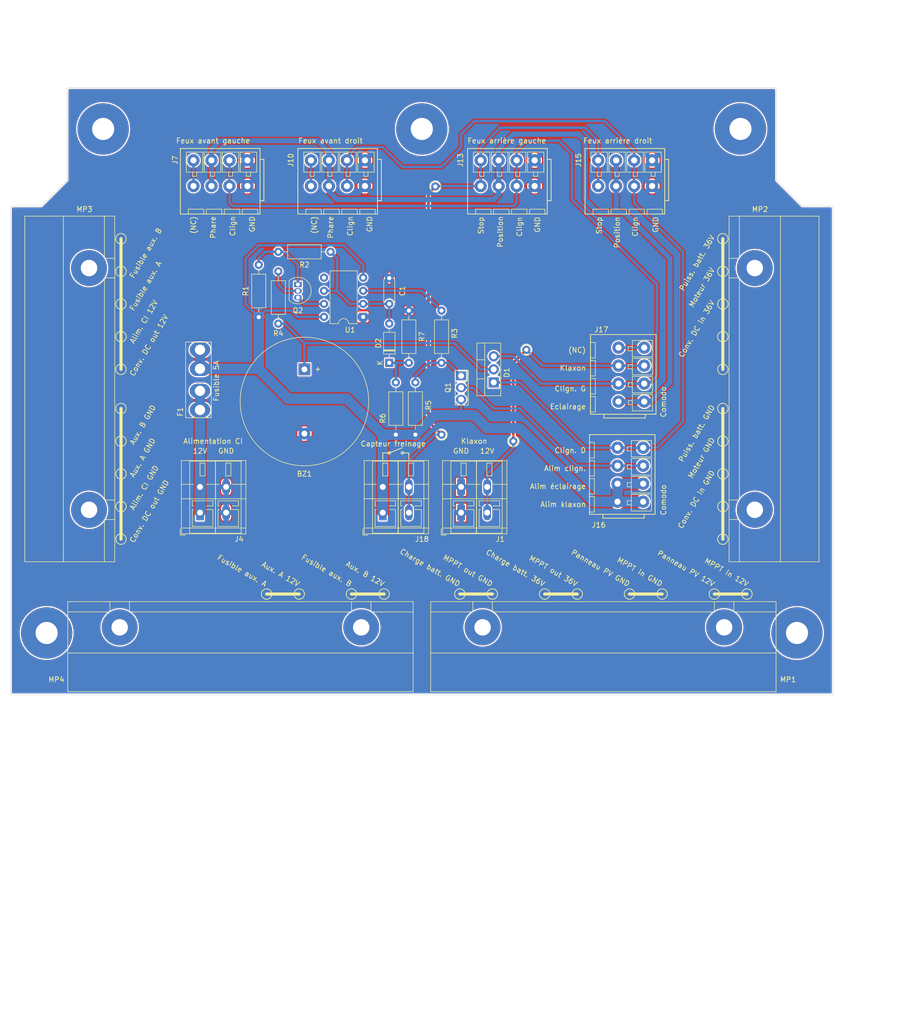
<source format=kicad_pcb>
(kicad_pcb (version 20211014) (generator pcbnew)

  (general
    (thickness 1.6)
  )

  (paper "A4")
  (layers
    (0 "F.Cu" signal)
    (31 "B.Cu" signal)
    (32 "B.Adhes" user "B.Adhesive")
    (33 "F.Adhes" user "F.Adhesive")
    (34 "B.Paste" user)
    (35 "F.Paste" user)
    (36 "B.SilkS" user "B.Silkscreen")
    (37 "F.SilkS" user "F.Silkscreen")
    (38 "B.Mask" user)
    (39 "F.Mask" user)
    (40 "Dwgs.User" user "User.Drawings")
    (41 "Cmts.User" user "User.Comments")
    (42 "Eco1.User" user "User.Eco1")
    (43 "Eco2.User" user "User.Eco2")
    (44 "Edge.Cuts" user)
    (45 "Margin" user)
    (46 "B.CrtYd" user "B.Courtyard")
    (47 "F.CrtYd" user "F.Courtyard")
    (48 "B.Fab" user)
    (49 "F.Fab" user)
    (50 "User.1" user)
    (51 "User.2" user)
    (52 "User.3" user)
    (53 "User.4" user)
    (54 "User.5" user)
    (55 "User.6" user)
    (56 "User.7" user)
    (57 "User.8" user)
    (58 "User.9" user)
  )

  (setup
    (stackup
      (layer "F.SilkS" (type "Top Silk Screen"))
      (layer "F.Paste" (type "Top Solder Paste"))
      (layer "F.Mask" (type "Top Solder Mask") (thickness 0.01))
      (layer "F.Cu" (type "copper") (thickness 0.035))
      (layer "dielectric 1" (type "core") (thickness 1.51) (material "FR4") (epsilon_r 4.5) (loss_tangent 0.02))
      (layer "B.Cu" (type "copper") (thickness 0.035))
      (layer "B.Mask" (type "Bottom Solder Mask") (thickness 0.01))
      (layer "B.Paste" (type "Bottom Solder Paste"))
      (layer "B.SilkS" (type "Bottom Silk Screen"))
      (copper_finish "None")
      (dielectric_constraints no)
    )
    (pad_to_mask_clearance 0)
    (pcbplotparams
      (layerselection 0x00010e0_ffffffff)
      (disableapertmacros false)
      (usegerberextensions false)
      (usegerberattributes true)
      (usegerberadvancedattributes true)
      (creategerberjobfile true)
      (svguseinch false)
      (svgprecision 6)
      (excludeedgelayer true)
      (plotframeref false)
      (viasonmask false)
      (mode 1)
      (useauxorigin false)
      (hpglpennumber 1)
      (hpglpenspeed 20)
      (hpglpendiameter 15.000000)
      (dxfpolygonmode true)
      (dxfimperialunits true)
      (dxfusepcbnewfont true)
      (psnegative false)
      (psa4output false)
      (plotreference true)
      (plotvalue true)
      (plotinvisibletext false)
      (sketchpadsonfab false)
      (subtractmaskfromsilk false)
      (outputformat 1)
      (mirror false)
      (drillshape 0)
      (scaleselection 1)
      (outputdirectory "")
    )
  )

  (net 0 "")
  (net 1 "GND")
  (net 2 "Net-(F1-Pad2)")
  (net 3 "Net-(D1-Pad1)")
  (net 4 "unconnected-(J7-Pad4)")
  (net 5 "unconnected-(J10-Pad4)")
  (net 6 "/Phares")
  (net 7 "Net-(J13-Pad4)")
  (net 8 "Net-(J1-Pad2)")
  (net 9 "/Flasher/Out")
  (net 10 "unconnected-(J17-Pad4)")
  (net 11 "/12V_5A")
  (net 12 "Net-(Q1-Pad1)")
  (net 13 "Net-(C1-Pad1)")
  (net 14 "Net-(D1-Pad3)")
  (net 15 "Net-(Q2-Pad1)")
  (net 16 "unconnected-(U1-Pad5)")
  (net 17 "Net-(Q2-Pad2)")
  (net 18 "/Flasher/Enable")
  (net 19 "Net-(Q2-Pad3)")
  (net 20 "Net-(R3-Pad1)")
  (net 21 "Net-(D2-Pad1)")

  (footprint "circuit:Wago_221-500_SplicingConnectorHolder" (layer "F.Cu") (at 95.25 82.55 90))

  (footprint "circuit:MountingHole_5mm" (layer "F.Cu") (at 87 130))

  (footprint "circuit:Buzzer_25x16_12.5" (layer "F.Cu") (at 137.16 78.74 -90))

  (footprint "circuit:Wago_221-500_SplicingConnectorHolder" (layer "F.Cu") (at 124.714 128.905 180))

  (footprint "circuit:Multicomp_MCCQ-122" (layer "F.Cu") (at 116.84 74.93 -90))

  (footprint "circuit:TerminalBlock_WAGO_236-402_1x02_P5.08mm_45Degree" (layer "F.Cu") (at 116.84 101.6))

  (footprint "Resistor_THT:R_Axial_DIN0207_L6.3mm_D2.5mm_P10.16mm_Horizontal" (layer "F.Cu") (at 163.83 67.31 -90))

  (footprint "circuit:MountingHole_5mm" (layer "F.Cu") (at 98 32))

  (footprint "circuit:TerminalBlock_Wago_2601-3104_1x04_P3.50mm_Vertical" (layer "F.Cu") (at 181.950004 43.1 180))

  (footprint "Package_DIP:DIP-8_W7.62mm" (layer "F.Cu") (at 148.59 68.54 180))

  (footprint "circuit:Strap_D2.0mm_Drill1.0mm" (layer "F.Cu") (at 177.8 92.71))

  (footprint "circuit:TerminalBlock_Wago_2601-3104_1x04_P3.50mm_Vertical" (layer "F.Cu") (at 204.810004 43.1 180))

  (footprint "circuit:MountingHole_5mm" (layer "F.Cu") (at 222 32))

  (footprint "circuit:TO-220-3_Vertical" (layer "F.Cu") (at 173.99 81.28 90))

  (footprint "Package_TO_SOT_THT:TO-92L_Inline" (layer "F.Cu") (at 135.89 62.23 -90))

  (footprint "circuit:TerminalBlock_Wago_2601-3104_1x04_P3.50mm_Vertical" (layer "F.Cu") (at 126.070004 43.1 180))

  (footprint "Resistor_THT:R_Axial_DIN0207_L6.3mm_D2.5mm_P10.16mm_Horizontal" (layer "F.Cu") (at 157.48 77.47 90))

  (footprint "circuit:TerminalBlock_Wago_2601-3104_1x04_P3.50mm_Vertical" (layer "F.Cu") (at 198.07 104.480004 90))

  (footprint "Resistor_THT:R_Axial_DIN0207_L6.3mm_D2.5mm_P10.16mm_Horizontal" (layer "F.Cu") (at 158.75 91.44 90))

  (footprint "circuit:Wago_221-500_SplicingConnectorHolder" (layer "F.Cu") (at 224.79 82.55 -90))

  (footprint "Resistor_THT:R_Axial_DIN0207_L6.3mm_D2.5mm_P10.16mm_Horizontal" (layer "F.Cu") (at 132.08 59.69 -90))

  (footprint "circuit:MountingHole_5mm" (layer "F.Cu") (at 160 32))

  (footprint "Resistor_THT:R_Axial_DIN0207_L6.3mm_D2.5mm_P10.16mm_Horizontal" (layer "F.Cu") (at 154.94 91.44 90))

  (footprint "circuit:Strap_D2.0mm_Drill1.0mm" (layer "F.Cu") (at 163.83 91.44))

  (footprint "Resistor_THT:R_Axial_DIN0207_L6.3mm_D2.5mm_P10.16mm_Horizontal" (layer "F.Cu") (at 128.27 68.58 90))

  (footprint "Resistor_THT:R_Axial_DIN0207_L6.3mm_D2.5mm_P10.16mm_Horizontal" (layer "F.Cu") (at 132.08 55.88))

  (footprint "circuit:Strap_D2.0mm_Drill1.0mm" (layer "F.Cu") (at 180.34 74.93))

  (footprint "Capacitor_THT:C_Disc_D4.3mm_W1.9mm_P5.00mm" (layer "F.Cu") (at 153.67 66 90))

  (footprint "circuit:Strap_D2.0mm_Drill1.0mm" (layer "F.Cu") (at 162.63 43.18))

  (footprint "circuit:TerminalBlock_WAGO_236-402_1x02_P5.08mm_45Degree" (layer "F.Cu") (at 167.64 101.6))

  (footprint "circuit:Wago_221-500_SplicingConnectorHolder" (layer "F.Cu") (at 195.326 128.905 180))

  (footprint "circuit:TerminalBlock_WAGO_236-402_1x02_P5.08mm_45Degree" (layer "F.Cu") (at 152.4 101.6))

  (footprint "circuit:TerminalBlock_Wago_2601-3104_1x04_P3.50mm_Vertical" (layer "F.Cu") (at 198.2698 85.014998 90))

  (footprint "circuit:TO-251-3_Vertical" (layer "F.Cu") (at 167.64 80.01 -90))

  (footprint "circuit:MountingHole_5mm" (layer "F.Cu") (at 233 130))

  (footprint "circuit:TerminalBlock_Wago_2601-3104_1x04_P3.50mm_Vertical" (layer "F.Cu") (at 148.930004 43.1 180))

  (footprint "Diode_THT:D_DO-35_SOD27_P7.62mm_Horizontal" (layer "F.Cu")
    (tedit 5AE50CD5) (tstamp f7dd3720-db61-4950-9401-322b5f8b5aad)
    (at 153.67 77.47 90)
    (descr "Diode, DO-35_SOD27 series, Axial, Horizontal, pin pitch=7.62mm, , length*diameter=4*2mm^2, , http://www.diodes.com/_files/packages/DO-35.pdf")
    (tags "Diode DO-35_SOD27 series Axial Horizontal pin pitch 7.62mm  length 4mm diameter 2mm")
    (property "Sheetfile" "flasher.kicad_sch")
    (property "Sheetname" "Flasher")
    (path "/6fef4bbe-09a8-45ef-ae4f-87b078d91d13/b5035d8b-ec12-4ff4-84af-ff23be5522cd")
    (attr through_hole)
    (fp_text reference "D2" (at 3.81 -2.12 90) (layer "F.SilkS")
      (effects (font (size 1 1) (thickness 0.15)))
      (tstamp 4f5c76c1-b7f6-40ba-895c-d0b4ae63ceed)
    )
    (fp_text value "D" (at 3.81 2.12 90) (layer "F.Fab")
      (effects (font (size 1 1) (thickness 0.15)))
      (tstamp 2873e564-0ab3-4d4a-91fd-9fe0abd9999b)
    )
    (fp_text user "K" (at 0 -1.8 90) (layer "F.SilkS")
      (effects (font (size 1 1) (thickness 0.15)))
      (tstamp 6877712f-7273-43b9-b10e-c9aa708d5532)
    )
    (fp_text user "${REFERENCE}" (at 4.11 0 90) (layer "F.Fab")
      (effects (font (size 0.8 0.8) (thickn
... [940436 chars truncated]
</source>
